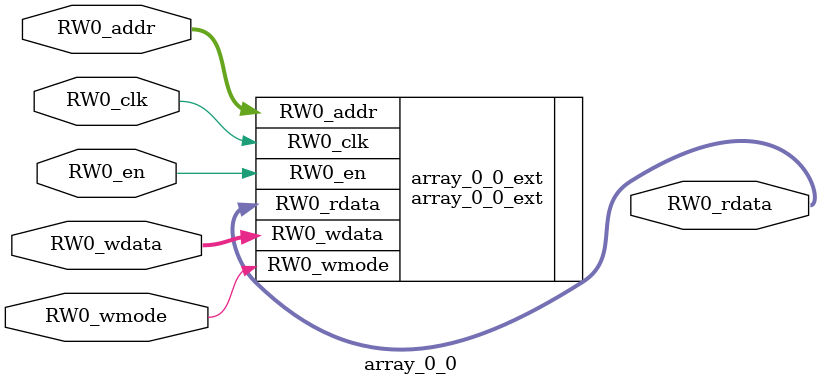
<source format=sv>
`ifndef RANDOMIZE
  `ifdef RANDOMIZE_MEM_INIT
    `define RANDOMIZE
  `endif // RANDOMIZE_MEM_INIT
`endif // not def RANDOMIZE
`ifndef RANDOMIZE
  `ifdef RANDOMIZE_REG_INIT
    `define RANDOMIZE
  `endif // RANDOMIZE_REG_INIT
`endif // not def RANDOMIZE

`ifndef RANDOM
  `define RANDOM $random
`endif // not def RANDOM

// Users can define INIT_RANDOM as general code that gets injected into the
// initializer block for modules with registers.
`ifndef INIT_RANDOM
  `define INIT_RANDOM
`endif // not def INIT_RANDOM

// If using random initialization, you can also define RANDOMIZE_DELAY to
// customize the delay used, otherwise 0.002 is used.
`ifndef RANDOMIZE_DELAY
  `define RANDOMIZE_DELAY 0.002
`endif // not def RANDOMIZE_DELAY

// Define INIT_RANDOM_PROLOG_ for use in our modules below.
`ifndef INIT_RANDOM_PROLOG_
  `ifdef RANDOMIZE
    `ifdef VERILATOR
      `define INIT_RANDOM_PROLOG_ `INIT_RANDOM
    `else  // VERILATOR
      `define INIT_RANDOM_PROLOG_ `INIT_RANDOM #`RANDOMIZE_DELAY begin end
    `endif // VERILATOR
  `else  // RANDOMIZE
    `define INIT_RANDOM_PROLOG_
  `endif // RANDOMIZE
`endif // not def INIT_RANDOM_PROLOG_

// Include register initializers in init blocks unless synthesis is set
`ifndef SYNTHESIS
  `ifndef ENABLE_INITIAL_REG_
    `define ENABLE_INITIAL_REG_
  `endif // not def ENABLE_INITIAL_REG_
`endif // not def SYNTHESIS

// Include rmemory initializers in init blocks unless synthesis is set
`ifndef SYNTHESIS
  `ifndef ENABLE_INITIAL_MEM_
    `define ENABLE_INITIAL_MEM_
  `endif // not def ENABLE_INITIAL_MEM_
`endif // not def SYNTHESIS

module array_0_0(
  input  [6:0]  RW0_addr,
  input         RW0_en,
  input         RW0_clk,
  input         RW0_wmode,
  input  [52:0] RW0_wdata,
  output [52:0] RW0_rdata
);

  array_0_0_ext array_0_0_ext (
    .RW0_addr  (RW0_addr),
    .RW0_en    (RW0_en),
    .RW0_clk   (RW0_clk),
    .RW0_wmode (RW0_wmode),
    .RW0_wdata (RW0_wdata),
    .RW0_rdata (RW0_rdata)
  );
endmodule


</source>
